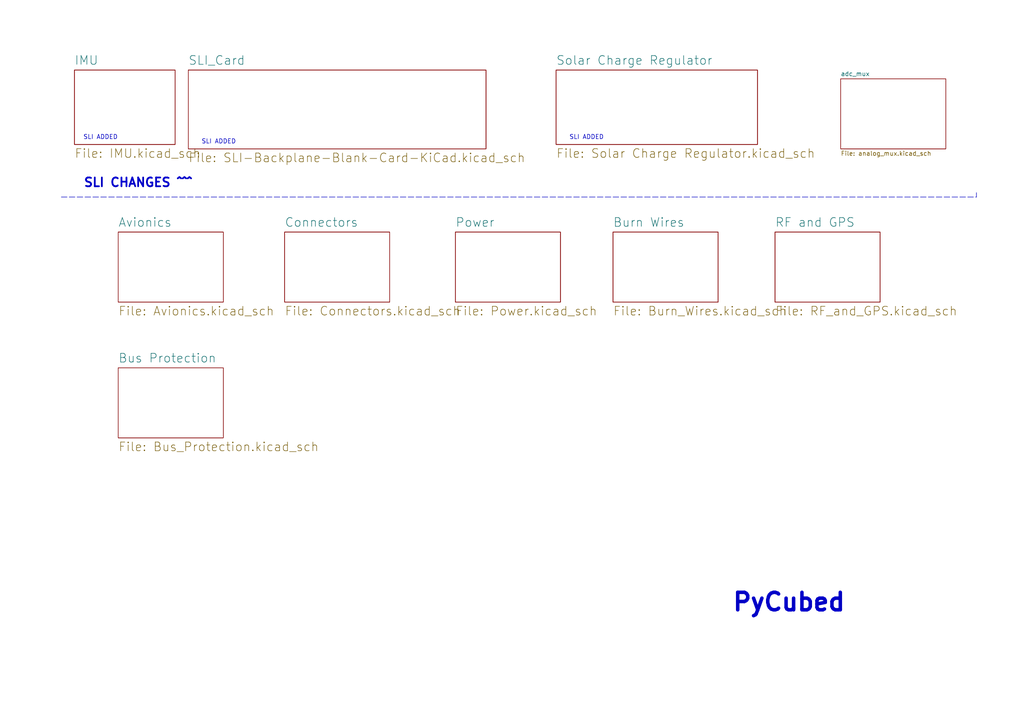
<source format=kicad_sch>
(kicad_sch (version 20211123) (generator eeschema)
  (paper "A4")
  (title_block (title "PyCubed Mainboard") (date "2021-06-09") (rev "v05c") (company "Max Holliday"))
  (lib_symbols)
  (polyline (pts (xy 283.21 57.15) (xy 283.21 55.88)))
  (polyline (pts (xy 17.78 57.15) (xy 283.21 57.15)))
  (text "SLI ADDED" (at 165.1 40.64 0) (effects (font (size 1.27 1.27)) (justify left bottom)))
  (text "SLI ADDED" (at 24.13 40.64 0) (effects (font (size 1.27 1.27)) (justify left bottom)))
  (text "SLI CHANGES ^^^" (at 24.13 54.61 0) (effects (font (size 2.54 2.54) (thickness 0.508) bold) (justify left bottom)))
  (text "SLI ADDED" (at 58.42 41.91 0) (effects (font (size 1.27 1.27)) (justify left bottom)))
  (text "PyCubed" (at 212.09 177.8 0) (effects (font (size 5.08 5.08) (thickness 1.016) bold) (justify left bottom)))
  (sheet (at 34.29 67.31) (size 30.48 20.32)
    (property "Sheet name" "Avionics" (at 34.29 65.9634 0) (effects (font (size 2.54 2.54)) (justify left bottom)))
    (property "Sheet file" "Avionics.kicad_sch" (at 34.29 88.7226 0) (effects (font (size 2.54 2.54)) (justify left top)))
  )
  (sheet (at 132.08 67.31) (size 30.48 20.32)
    (property "Sheet name" "Power" (at 132.08 65.9634 0) (effects (font (size 2.54 2.54)) (justify left bottom)))
    (property "Sheet file" "Power.kicad_sch" (at 132.08 88.7226 0) (effects (font (size 2.54 2.54)) (justify left top)))
  )
  (sheet (at 82.55 67.31) (size 30.48 20.32)
    (property "Sheet name" "Connectors" (at 82.55 65.9634 0) (effects (font (size 2.54 2.54)) (justify left bottom)))
    (property "Sheet file" "Connectors.kicad_sch" (at 82.55 88.7226 0) (effects (font (size 2.54 2.54)) (justify left top)))
  )
  (sheet (at 224.79 67.31) (size 30.48 20.32)
    (property "Sheet name" "RF and GPS" (at 224.79 65.9634 0) (effects (font (size 2.54 2.54)) (justify left bottom)))
    (property "Sheet file" "RF_and_GPS.kicad_sch" (at 224.79 88.7226 0) (effects (font (size 2.54 2.54)) (justify left top)))
  )
  (sheet (at 177.8 67.31) (size 30.48 20.32)
    (property "Sheet name" "Burn Wires" (at 177.8 65.9634 0) (effects (font (size 2.54 2.54)) (justify left bottom)))
    (property "Sheet file" "Burn_Wires.kicad_sch" (at 177.8 88.7226 0) (effects (font (size 2.54 2.54)) (justify left top)))
  )
  (sheet (at 34.29 106.68) (size 30.48 20.32)
    (property "Sheet name" "Bus Protection" (at 34.29 105.3334 0) (effects (font (size 2.54 2.54)) (justify left bottom)))
    (property "Sheet file" "Bus_Protection.kicad_sch" (at 34.29 128.0926 0) (effects (font (size 2.54 2.54)) (justify left top)))
  )
  (sheet (at 54.61 20.32) (size 86.36 22.86)
    (property "Sheet name" "SLI_Card" (at 54.61 18.9734 0) (effects (font (size 2.54 2.54)) (justify left bottom)))
    (property "Sheet file" "SLI-Backplane-Blank-Card-KiCad.kicad_sch" (at 54.61 44.2726 0) (effects (font (size 2.54 2.54)) (justify left top)))
  )
  (sheet (at 21.59 20.32) (size 29.21 21.59)
    (property "Sheet name" "IMU" (at 21.59 18.9734 0) (effects (font (size 2.54 2.54)) (justify left bottom)))
    (property "Sheet file" "IMU.kicad_sch" (at 21.59 43.0026 0) (effects (font (size 2.54 2.54)) (justify left top)))
  )
  (sheet (at 161.29 20.32) (size 58.42 21.59)
    (property "Sheet name" "Solar Charge Regulator" (at 161.29 18.9734 0) (effects (font (size 2.54 2.54)) (justify left bottom)))
    (property "Sheet file" "Solar Charge Regulator.kicad_sch" (at 161.29 43.0026 0) (effects (font (size 2.54 2.54)) (justify left top)))
  )
  (sheet (at 243.84 22.86) (size 30.48 20.32) (stroke (width 0.1524))
    (property "Sheet name" "adc_mux" (at 243.84 22.1484 0) (effects (justify left bottom)))
    (property "Sheet file" "analog_mux.kicad_sch" (at 243.84 43.7646 0) (effects (justify left top)))
  )
)
</source>
